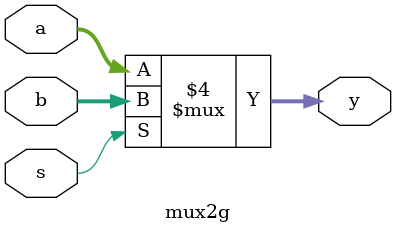
<source format=v>
`timescale 1ns / 1ps

module mux2g
#( parameter N = 4)
( input wire [N-1:0] a,
input wire [N-1:0] b,
input wire s,
output reg [N-1:0] y
);


always @(*)
if ( s == 0)
y = a;
else // s == 1
y = b;
endmodule
</source>
